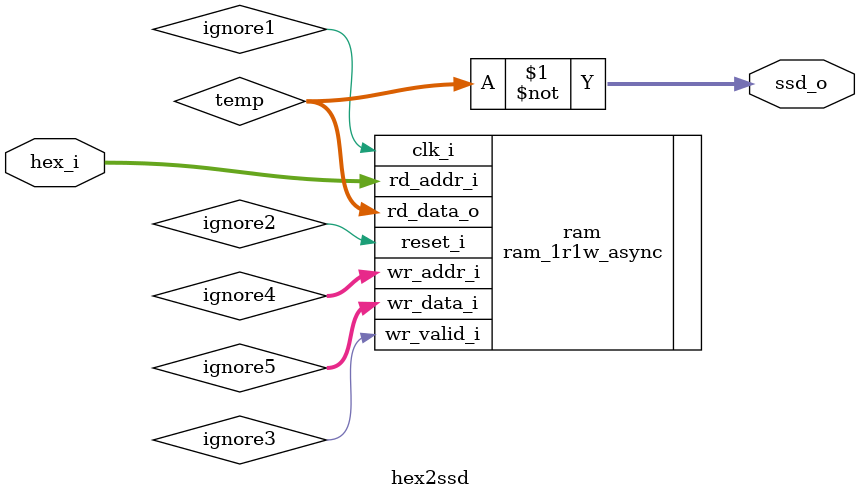
<source format=sv>
module hex2ssd
  (input [3:0] hex_i
  ,output [6:0] ssd_o
  );
  wire [6:0] temp;
  wire [0:0] ignore1;
  wire [0:0] ignore2;
  wire [0:0] ignore3;
  wire [3:0] ignore4;
  wire [6:0] ignore5;
  ram_1r1w_async
  #(.width_p(7)
   ,.depth_p(16)
   ,.filename_p("hex2ssd.hex"))
  ram
  (.rd_addr_i(hex_i)
  ,.rd_data_o(temp)
  ,.clk_i(ignore1)
  ,.reset_i(ignore2)
  ,.wr_valid_i(ignore3)
  ,.wr_data_i(ignore5)
  ,.wr_addr_i(ignore4)
  );
  assign ssd_o = ~temp;



endmodule

</source>
